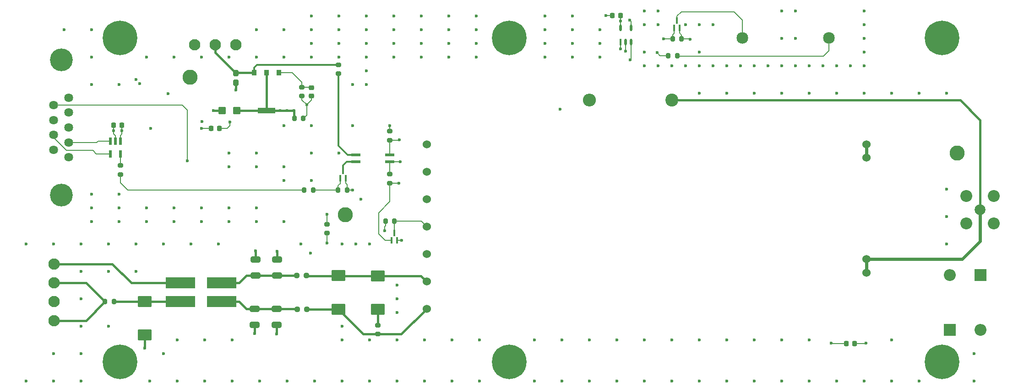
<source format=gbr>
%TF.GenerationSoftware,KiCad,Pcbnew,8.0.6*%
%TF.CreationDate,2024-12-30T11:40:09-05:00*%
%TF.ProjectId,SiPM_HV_Board,5369504d-5f48-4565-9f42-6f6172642e6b,rev?*%
%TF.SameCoordinates,Original*%
%TF.FileFunction,Copper,L1,Top*%
%TF.FilePolarity,Positive*%
%FSLAX46Y46*%
G04 Gerber Fmt 4.6, Leading zero omitted, Abs format (unit mm)*
G04 Created by KiCad (PCBNEW 8.0.6) date 2024-12-30 11:40:09*
%MOMM*%
%LPD*%
G01*
G04 APERTURE LIST*
G04 Aperture macros list*
%AMRoundRect*
0 Rectangle with rounded corners*
0 $1 Rounding radius*
0 $2 $3 $4 $5 $6 $7 $8 $9 X,Y pos of 4 corners*
0 Add a 4 corners polygon primitive as box body*
4,1,4,$2,$3,$4,$5,$6,$7,$8,$9,$2,$3,0*
0 Add four circle primitives for the rounded corners*
1,1,$1+$1,$2,$3*
1,1,$1+$1,$4,$5*
1,1,$1+$1,$6,$7*
1,1,$1+$1,$8,$9*
0 Add four rect primitives between the rounded corners*
20,1,$1+$1,$2,$3,$4,$5,0*
20,1,$1+$1,$4,$5,$6,$7,0*
20,1,$1+$1,$6,$7,$8,$9,0*
20,1,$1+$1,$8,$9,$2,$3,0*%
G04 Aperture macros list end*
%TA.AperFunction,ComponentPad*%
%ADD10C,2.006600*%
%TD*%
%TA.AperFunction,ComponentPad*%
%ADD11C,2.209800*%
%TD*%
%TA.AperFunction,SMDPad,CuDef*%
%ADD12RoundRect,0.200000X0.200000X0.275000X-0.200000X0.275000X-0.200000X-0.275000X0.200000X-0.275000X0*%
%TD*%
%TA.AperFunction,ComponentPad*%
%ADD13C,6.400000*%
%TD*%
%TA.AperFunction,SMDPad,CuDef*%
%ADD14RoundRect,0.225000X0.225000X0.250000X-0.225000X0.250000X-0.225000X-0.250000X0.225000X-0.250000X0*%
%TD*%
%TA.AperFunction,SMDPad,CuDef*%
%ADD15RoundRect,0.225000X-0.225000X-0.250000X0.225000X-0.250000X0.225000X0.250000X-0.225000X0.250000X0*%
%TD*%
%TA.AperFunction,SMDPad,CuDef*%
%ADD16RoundRect,0.200000X-0.275000X0.200000X-0.275000X-0.200000X0.275000X-0.200000X0.275000X0.200000X0*%
%TD*%
%TA.AperFunction,SMDPad,CuDef*%
%ADD17RoundRect,0.200000X-0.200000X-0.275000X0.200000X-0.275000X0.200000X0.275000X-0.200000X0.275000X0*%
%TD*%
%TA.AperFunction,SMDPad,CuDef*%
%ADD18RoundRect,0.250000X-1.025000X0.787500X-1.025000X-0.787500X1.025000X-0.787500X1.025000X0.787500X0*%
%TD*%
%TA.AperFunction,ComponentPad*%
%ADD19R,2.200000X2.200000*%
%TD*%
%TA.AperFunction,ComponentPad*%
%ADD20O,2.200000X2.200000*%
%TD*%
%TA.AperFunction,SMDPad,CuDef*%
%ADD21RoundRect,0.200000X0.275000X-0.200000X0.275000X0.200000X-0.275000X0.200000X-0.275000X-0.200000X0*%
%TD*%
%TA.AperFunction,ComponentPad*%
%ADD22C,2.800000*%
%TD*%
%TA.AperFunction,SMDPad,CuDef*%
%ADD23RoundRect,0.250000X-0.650000X0.325000X-0.650000X-0.325000X0.650000X-0.325000X0.650000X0.325000X0*%
%TD*%
%TA.AperFunction,SMDPad,CuDef*%
%ADD24RoundRect,0.250000X-0.275000X0.312500X-0.275000X-0.312500X0.275000X-0.312500X0.275000X0.312500X0*%
%TD*%
%TA.AperFunction,SMDPad,CuDef*%
%ADD25R,0.889000X1.016000*%
%TD*%
%TA.AperFunction,SMDPad,CuDef*%
%ADD26R,3.200000X1.000000*%
%TD*%
%TA.AperFunction,ComponentPad*%
%ADD27C,2.159000*%
%TD*%
%TA.AperFunction,ComponentPad*%
%ADD28C,1.524000*%
%TD*%
%TA.AperFunction,SMDPad,CuDef*%
%ADD29RoundRect,0.250000X0.450000X0.425000X-0.450000X0.425000X-0.450000X-0.425000X0.450000X-0.425000X0*%
%TD*%
%TA.AperFunction,SMDPad,CuDef*%
%ADD30RoundRect,0.020000X2.680000X-0.980000X2.680000X0.980000X-2.680000X0.980000X-2.680000X-0.980000X0*%
%TD*%
%TA.AperFunction,SMDPad,CuDef*%
%ADD31R,5.400000X2.000000*%
%TD*%
%TA.AperFunction,ComponentPad*%
%ADD32C,2.100000*%
%TD*%
%TA.AperFunction,SMDPad,CuDef*%
%ADD33R,0.350800X1.161200*%
%TD*%
%TA.AperFunction,SMDPad,CuDef*%
%ADD34RoundRect,0.250000X0.650000X-0.325000X0.650000X0.325000X-0.650000X0.325000X-0.650000X-0.325000X0*%
%TD*%
%TA.AperFunction,SMDPad,CuDef*%
%ADD35RoundRect,0.237500X-0.250000X-0.237500X0.250000X-0.237500X0.250000X0.237500X-0.250000X0.237500X0*%
%TD*%
%TA.AperFunction,ComponentPad*%
%ADD36C,1.635000*%
%TD*%
%TA.AperFunction,ComponentPad*%
%ADD37C,4.216000*%
%TD*%
%TA.AperFunction,SMDPad,CuDef*%
%ADD38R,0.457200X1.219200*%
%TD*%
%TA.AperFunction,SMDPad,CuDef*%
%ADD39O,0.457200X1.219200*%
%TD*%
%TA.AperFunction,ComponentPad*%
%ADD40C,2.400000*%
%TD*%
%TA.AperFunction,ComponentPad*%
%ADD41O,2.400000X2.400000*%
%TD*%
%TA.AperFunction,SMDPad,CuDef*%
%ADD42RoundRect,0.225000X-0.250000X0.225000X-0.250000X-0.225000X0.250000X-0.225000X0.250000X0.225000X0*%
%TD*%
%TA.AperFunction,SMDPad,CuDef*%
%ADD43R,1.651000X0.558800*%
%TD*%
%TA.AperFunction,SMDPad,CuDef*%
%ADD44R,0.558800X1.473200*%
%TD*%
%TA.AperFunction,ViaPad*%
%ADD45C,0.600000*%
%TD*%
%TA.AperFunction,Conductor*%
%ADD46C,0.200000*%
%TD*%
%TA.AperFunction,Conductor*%
%ADD47C,0.400000*%
%TD*%
%TA.AperFunction,Conductor*%
%ADD48C,0.600000*%
%TD*%
%TA.AperFunction,Conductor*%
%ADD49C,0.300000*%
%TD*%
G04 APERTURE END LIST*
D10*
%TO.P,P_Out1,1,SIGNAL*%
%TO.N,/SiPM_HV_Block/SiPM_HV_OUT*%
X235363000Y-99430000D03*
D11*
%TO.P,P_Out1,2,GND*%
%TO.N,/SiPM_HV_Block/SiPM_HV_RTN*%
X237903000Y-96890000D03*
%TO.P,P_Out1,3,GND*%
X232823000Y-96890000D03*
%TO.P,P_Out1,4,GND*%
X232823000Y-101970000D03*
%TO.P,P_Out1,5,GND*%
X237903000Y-101970000D03*
%TD*%
D12*
%TO.P,R25,1*%
%TO.N,Net-(P1-Pad1)*%
X179355000Y-70860000D03*
%TO.P,R25,2*%
%TO.N,/SEC_PWR_TELEM*%
X177705000Y-70860000D03*
%TD*%
D13*
%TO.P,H4,1,1*%
%TO.N,CHASSIS*%
X228320000Y-127580000D03*
%TD*%
D14*
%TO.P,C10,1*%
%TO.N,/SiPM_HV_Block/SiPM_HV_RTN*%
X212135000Y-124195000D03*
%TO.P,C10,2*%
%TO.N,CHASSIS*%
X210585000Y-124195000D03*
%TD*%
D15*
%TO.P,C11,1*%
%TO.N,/V3p3*%
X93166100Y-84370000D03*
%TO.P,C11,2*%
%TO.N,/SEC_PWR_TELEM_RTN*%
X94716100Y-84370000D03*
%TD*%
D16*
%TO.P,R6,1*%
%TO.N,Net-(C3-Pad2)*%
X123990000Y-120845000D03*
%TO.P,R6,2*%
%TO.N,/SiPM_HV_Block/V_RTN*%
X123990000Y-122495000D03*
%TD*%
D17*
%TO.P,R1,1*%
%TO.N,/HV_Enable*%
X110408200Y-95823200D03*
%TO.P,R1,2*%
%TO.N,Net-(M1-Pad1)*%
X112058200Y-95823200D03*
%TD*%
D18*
%TO.P,C1,1*%
%TO.N,Net-(C1-Pad1)*%
X80940000Y-116437500D03*
%TO.P,C1,2*%
%TO.N,/SEC_PWR_RTN*%
X80940000Y-122662500D03*
%TD*%
D19*
%TO.P,D1,1,K*%
%TO.N,/SEC_PWR_RTN*%
X229775000Y-121655000D03*
D20*
%TO.P,D1,2,A*%
%TO.N,/SiPM_HV_Block/SiPM_HV_RTN*%
X229775000Y-111495000D03*
%TD*%
D21*
%TO.P,R7,1*%
%TO.N,Net-(M2-Pad1)*%
X126230000Y-94485000D03*
%TO.P,R7,2*%
%TO.N,/SiPM_HV_Block/V_RTN*%
X126230000Y-92835000D03*
%TD*%
D14*
%TO.P,C16,1*%
%TO.N,/SEC_PWR_TELEM*%
X168900000Y-63420000D03*
%TO.P,C16,2*%
%TO.N,/SEC_PWR_TELEM_RTN*%
X167350000Y-63420000D03*
%TD*%
D22*
%TO.P,V_{SET}1,1,1*%
%TO.N,/SiPM_HV_Block/REM_ADJ*%
X89250000Y-74900000D03*
%TD*%
D18*
%TO.P,C3,1*%
%TO.N,/SiPM_HV_Block/V_POS*%
X123980000Y-111675000D03*
%TO.P,C3,2*%
%TO.N,Net-(C3-Pad2)*%
X123980000Y-117900000D03*
%TD*%
D13*
%TO.P,H3,1,1*%
%TO.N,CHASSIS*%
X148320000Y-127580000D03*
%TD*%
D16*
%TO.P,R3,1*%
%TO.N,/SEC_PWR_TELEM*%
X116745000Y-72570000D03*
%TO.P,R3,2*%
%TO.N,Net-(Q1-Pad1)*%
X116745000Y-74220000D03*
%TD*%
D23*
%TO.P,CY2,1*%
%TO.N,Net-(CY2-Pad1)*%
X105270000Y-117775000D03*
%TO.P,CY2,2*%
%TO.N,CHASSIS*%
X105270000Y-120725000D03*
%TD*%
D13*
%TO.P,H2,1,1*%
%TO.N,CHASSIS*%
X76320000Y-127580000D03*
%TD*%
D22*
%TO.P,V_{OUT_RTN}1,1,1*%
%TO.N,/SiPM_HV_Block/SiPM_HV_RTN*%
X231140000Y-88900000D03*
%TD*%
D24*
%TO.P,C14,1*%
%TO.N,/SEC_PWR_TELEM*%
X97720400Y-74129350D03*
%TO.P,C14,2*%
%TO.N,/SEC_PWR_TELEM_RTN*%
X97720400Y-75904350D03*
%TD*%
D17*
%TO.P,R5,1*%
%TO.N,/SiPM_HV_Block/V_POS*%
X125435000Y-101570000D03*
%TO.P,R5,2*%
%TO.N,/SiPM_HV_Block/Enable*%
X127085000Y-101570000D03*
%TD*%
D25*
%TO.P,U4,1,SET*%
%TO.N,Net-(U4-SET)*%
X105746800Y-74064350D03*
%TO.P,U4,2,OUT*%
%TO.N,/V3p3*%
X103435400Y-74064350D03*
%TO.P,U4,3,IN*%
%TO.N,/SEC_PWR_TELEM*%
X101124000Y-74064350D03*
D26*
%TO.P,U4,4,TAB*%
%TO.N,/V3p3*%
X103435400Y-81056850D03*
%TD*%
D27*
%TO.P,P2,1,1*%
%TO.N,Net-(M3-Pad3)*%
X191410000Y-67580000D03*
%TD*%
D28*
%TO.P,U1,1,PWR_IN_RTN*%
%TO.N,/SiPM_HV_Block/V_RTN*%
X133020000Y-117780000D03*
%TO.P,U1,2,PWR_IN*%
%TO.N,/SiPM_HV_Block/V_POS*%
X133020000Y-112700000D03*
%TO.P,U1,3,I_OUT_MON*%
%TO.N,/SiPM_HV_Block/Curr_Mon*%
X133020000Y-107620000D03*
%TO.P,U1,4,ENABLE*%
%TO.N,/SiPM_HV_Block/Enable*%
X133020000Y-102540000D03*
%TO.P,U1,5,SIG_GND*%
%TO.N,/SEC_PWR_TELEM_RTN*%
X133020000Y-97460000D03*
%TO.P,U1,6,REM_ADJ*%
%TO.N,/SiPM_HV_Block/REM_ADJ*%
X133020000Y-92380000D03*
%TO.P,U1,7,5V_REF*%
%TO.N,unconnected-(U1-5V_REF-Pad7)*%
X133020000Y-87300000D03*
%TO.P,U1,8,HV_RTN*%
%TO.N,/SiPM_HV_Block/SiPM_HV_RTN*%
X214320000Y-87300000D03*
%TO.P,U1,9,HV_RTN*%
X214320000Y-89800000D03*
%TO.P,U1,10,HV_OUT*%
%TO.N,/SiPM_HV_Block/SiPM_HV_OUT*%
X214320000Y-108600000D03*
%TO.P,U1,11,HV_OUT*%
X214320000Y-111100000D03*
%TD*%
D29*
%TO.P,C12,1*%
%TO.N,/V3p3*%
X97890000Y-81060000D03*
%TO.P,C12,2*%
%TO.N,/SEC_PWR_TELEM_RTN*%
X95190000Y-81060000D03*
%TD*%
D30*
%TO.P,L1,1*%
%TO.N,/SEC_PWR_RTN*%
X87540000Y-112940000D03*
%TO.P,L1,2*%
%TO.N,Net-(C1-Pad1)*%
X87540000Y-116440000D03*
%TO.P,L1,3*%
%TO.N,Net-(CY2-Pad1)*%
X95160000Y-116440000D03*
D31*
%TO.P,L1,4*%
%TO.N,Net-(CY1-Pad1)*%
X95160000Y-112940000D03*
%TD*%
D32*
%TO.P,J2,1*%
%TO.N,/SEC_PWR_RTN*%
X64110000Y-109480000D03*
%TO.P,J2,2*%
%TO.N,/SEC_PWR_IN*%
X64110000Y-112980000D03*
%TO.P,J2,3*%
%TO.N,/SEC_PWR_RTN*%
X64110000Y-116480000D03*
%TO.P,J2,4*%
%TO.N,/SEC_PWR_IN*%
X64110000Y-119980000D03*
%TD*%
D21*
%TO.P,R11,1*%
%TO.N,/SEC_PWR_RTN*%
X114610000Y-103750000D03*
%TO.P,R11,2*%
%TO.N,/SEC_PWR_TELEM_RTN*%
X114610000Y-102100000D03*
%TD*%
D22*
%TO.P,V_{EN}1,1,1*%
%TO.N,/SiPM_HV_Block/Enable*%
X117980000Y-100350000D03*
%TD*%
D13*
%TO.P,H6,1,1*%
%TO.N,CHASSIS*%
X228320000Y-67580000D03*
%TD*%
D17*
%TO.P,R2,1*%
%TO.N,Net-(M1-Pad1)*%
X116656600Y-95823200D03*
%TO.P,R2,2*%
%TO.N,/SEC_PWR_TELEM_RTN*%
X118306600Y-95823200D03*
%TD*%
D33*
%TO.P,M2,1,1*%
%TO.N,Net-(M2-Pad1)*%
X126580000Y-105110000D03*
%TO.P,M2,2,2*%
%TO.N,/SiPM_HV_Block/V_RTN*%
X127579998Y-105110000D03*
%TO.P,M2,3,3*%
%TO.N,/SiPM_HV_Block/Enable*%
X127079999Y-103760000D03*
%TD*%
%TO.P,M3,1,1*%
%TO.N,Net-(M3-Pad1)*%
X178815001Y-65750000D03*
%TO.P,M3,2,2*%
%TO.N,/SEC_PWR_TELEM_RTN*%
X179814999Y-65750000D03*
%TO.P,M3,3,3*%
%TO.N,Net-(M3-Pad3)*%
X179315000Y-64400000D03*
%TD*%
D34*
%TO.P,CY3,1*%
%TO.N,Net-(CY1-Pad1)*%
X101370000Y-111590000D03*
%TO.P,CY3,2*%
%TO.N,/SEC_PWR_RTN*%
X101370000Y-108640000D03*
%TD*%
D16*
%TO.P,R16,1*%
%TO.N,Net-(U4-SET)*%
X109975400Y-76731850D03*
%TO.P,R16,2*%
%TO.N,/SEC_PWR_TELEM_RTN*%
X109975400Y-78381850D03*
%TD*%
D13*
%TO.P,H1,1,1*%
%TO.N,CHASSIS*%
X76320000Y-67580000D03*
%TD*%
D34*
%TO.P,CY1,1*%
%TO.N,Net-(CY1-Pad1)*%
X105350000Y-111585000D03*
%TO.P,CY1,2*%
%TO.N,CHASSIS*%
X105350000Y-108635000D03*
%TD*%
D18*
%TO.P,C2,1*%
%TO.N,/SiPM_HV_Block/V_POS*%
X116700000Y-111637500D03*
%TO.P,C2,2*%
%TO.N,/SiPM_HV_Block/V_RTN*%
X116700000Y-117862500D03*
%TD*%
D35*
%TO.P,L2,1,1*%
%TO.N,Net-(CY1-Pad1)*%
X108995000Y-111590000D03*
%TO.P,L2,2,2*%
%TO.N,/SiPM_HV_Block/V_POS*%
X110820000Y-111590000D03*
%TD*%
D36*
%TO.P,J3,1*%
%TO.N,/HV_CURR_MON*%
X66880000Y-89730000D03*
%TO.P,J3,2*%
%TO.N,/HV_Enable+*%
X66880000Y-86960000D03*
%TO.P,J3,3*%
%TO.N,unconnected-(J3-Pad3)*%
X66880000Y-84190000D03*
%TO.P,J3,4*%
%TO.N,/SEC_PWR_TELEM_RTN*%
X66880000Y-81420000D03*
%TO.P,J3,5*%
X66880000Y-78650000D03*
%TO.P,J3,6*%
X64040000Y-88345000D03*
%TO.P,J3,7*%
%TO.N,/HV_Enable-*%
X64040000Y-85575000D03*
%TO.P,J3,8*%
%TO.N,/SET_HV*%
X64040000Y-82805000D03*
%TO.P,J3,9*%
%TO.N,/HV_VOLT_MON*%
X64040000Y-80035000D03*
D37*
%TO.P,J3,S1*%
%TO.N,CHASSIS*%
X65460000Y-71690000D03*
%TO.P,J3,S2*%
X65460000Y-96690000D03*
%TD*%
D38*
%TO.P,U5,1,OUT*%
%TO.N,Net-(U5-OUT)*%
X168894999Y-68340000D03*
D39*
%TO.P,U5,2,V-*%
%TO.N,/SEC_PWR_TELEM_RTN*%
X169845000Y-68340000D03*
%TO.P,U5,3,+IN*%
%TO.N,Net-(U2B-+INB)*%
X170795001Y-68340000D03*
%TO.P,U5,4,-IN*%
%TO.N,Net-(U5--IN)*%
X170795001Y-65720000D03*
%TO.P,U5,5,V+*%
%TO.N,/SEC_PWR_TELEM*%
X168894999Y-65720000D03*
%TD*%
D33*
%TO.P,M1,1,1*%
%TO.N,Net-(M1-Pad1)*%
X117032401Y-93617200D03*
%TO.P,M1,2,2*%
%TO.N,/SEC_PWR_TELEM_RTN*%
X118032399Y-93617200D03*
%TO.P,M1,3,3*%
%TO.N,Net-(M1-Pad3)*%
X117532400Y-92267200D03*
%TD*%
D12*
%TO.P,R26,1*%
%TO.N,/SEC_PWR_TELEM_RTN*%
X110235000Y-82490000D03*
%TO.P,R26,2*%
%TO.N,/V3p3*%
X108585000Y-82490000D03*
%TD*%
D27*
%TO.P,P1,1,1*%
%TO.N,Net-(P1-Pad1)*%
X207410000Y-67580000D03*
%TD*%
D14*
%TO.P,C15,1*%
%TO.N,/V3p3*%
X76702200Y-83732800D03*
%TO.P,C15,2*%
%TO.N,/SEC_PWR_TELEM_RTN*%
X75152200Y-83732800D03*
%TD*%
D16*
%TO.P,R17,1*%
%TO.N,Net-(U3-R)*%
X76435200Y-91235000D03*
%TO.P,R17,2*%
%TO.N,/HV_Enable*%
X76435200Y-92885000D03*
%TD*%
D13*
%TO.P,H5,1,1*%
%TO.N,CHASSIS*%
X148320000Y-67580000D03*
%TD*%
D23*
%TO.P,CY4,1*%
%TO.N,Net-(CY2-Pad1)*%
X101210000Y-117805000D03*
%TO.P,CY4,2*%
%TO.N,/SEC_PWR_RTN*%
X101210000Y-120755000D03*
%TD*%
D12*
%TO.P,R24,1*%
%TO.N,/SEC_PWR_TELEM_RTN*%
X180170000Y-67740000D03*
%TO.P,R24,2*%
%TO.N,Net-(M3-Pad1)*%
X178520000Y-67740000D03*
%TD*%
D40*
%TO.P,R20,1*%
%TO.N,/SiPM_HV_Block/SiPM_HV_OUT*%
X178340000Y-79110000D03*
D41*
%TO.P,R20,2*%
%TO.N,Net-(U2B-+INB)*%
X163100000Y-79110000D03*
%TD*%
D35*
%TO.P,L3,1,1*%
%TO.N,Net-(CY2-Pad1)*%
X109075000Y-117850000D03*
%TO.P,L3,2,2*%
%TO.N,/SiPM_HV_Block/V_RTN*%
X110900000Y-117850000D03*
%TD*%
D32*
%TO.P,J1,1*%
%TO.N,/SEC_PWR_TELEM_RTN*%
X97720400Y-68895600D03*
%TO.P,J1,2*%
%TO.N,/SEC_PWR_TELEM*%
X93910400Y-68895600D03*
%TO.P,J1,3*%
%TO.N,/SEC_PWR_TELEM_RTN*%
X90100400Y-68895600D03*
%TD*%
D42*
%TO.P,C13,1*%
%TO.N,Net-(U4-SET)*%
X111690400Y-76781850D03*
%TO.P,C13,2*%
%TO.N,/SEC_PWR_TELEM_RTN*%
X111690400Y-78331850D03*
%TD*%
D43*
%TO.P,Q1,1,1*%
%TO.N,Net-(Q1-Pad1)*%
X119970800Y-89270000D03*
%TO.P,Q1,2,2*%
%TO.N,Net-(M1-Pad3)*%
X119970800Y-90540000D03*
%TO.P,Q1,3,3*%
%TO.N,/SiPM_HV_Block/V_RTN*%
X126219200Y-90540000D03*
%TO.P,Q1,4,4*%
%TO.N,Net-(M2-Pad1)*%
X126219200Y-89270000D03*
%TD*%
D44*
%TO.P,U3,1,VCC*%
%TO.N,/V3p3*%
X76420001Y-86704600D03*
%TO.P,U3,2,GND*%
%TO.N,/SEC_PWR_TELEM_RTN*%
X75470000Y-86704600D03*
%TO.P,U3,3,A*%
%TO.N,/HV_Enable+*%
X74519999Y-86704600D03*
%TO.P,U3,4,B*%
%TO.N,/HV_Enable-*%
X74519999Y-89092200D03*
%TO.P,U3,5,R*%
%TO.N,Net-(U3-R)*%
X76420001Y-89092200D03*
%TD*%
D17*
%TO.P,F1,1*%
%TO.N,/SEC_PWR_IN*%
X73575000Y-116470000D03*
%TO.P,F1,2*%
%TO.N,Net-(C1-Pad1)*%
X75225000Y-116470000D03*
%TD*%
D16*
%TO.P,R4,1*%
%TO.N,/SiPM_HV_Block/V_POS*%
X126238000Y-84874600D03*
%TO.P,R4,2*%
%TO.N,Net-(M2-Pad1)*%
X126238000Y-86524600D03*
%TD*%
D19*
%TO.P,D2,1,K*%
%TO.N,/SiPM_HV_Block/SiPM_HV_RTN*%
X235430000Y-111570000D03*
D20*
%TO.P,D2,2,A*%
%TO.N,/SEC_PWR_RTN*%
X235430000Y-121730000D03*
%TD*%
D45*
%TO.N,/SEC_PWR_RTN*%
X229140000Y-105780000D03*
X234220000Y-131180000D03*
X69120000Y-126100000D03*
X97060000Y-123560000D03*
X79280000Y-105780000D03*
X224060000Y-77840000D03*
X183420000Y-123560000D03*
X213900000Y-77840000D03*
X203740000Y-131180000D03*
X64040000Y-131180000D03*
X58960000Y-105780000D03*
X69120000Y-110860000D03*
X188500000Y-131180000D03*
X91980000Y-131180000D03*
X127540000Y-115940000D03*
X112300000Y-131180000D03*
X86900000Y-123560000D03*
X127540000Y-118480000D03*
X213900000Y-131180000D03*
X168180000Y-131180000D03*
X229140000Y-100700000D03*
X203740000Y-123560000D03*
X127540000Y-113400000D03*
X97060000Y-131180000D03*
X152940000Y-123560000D03*
X117380000Y-121020000D03*
X64040000Y-105780000D03*
X193580000Y-123560000D03*
X193580000Y-77840000D03*
X64040000Y-126100000D03*
X208820000Y-131180000D03*
X158020000Y-131180000D03*
X89440000Y-105780000D03*
X229140000Y-77840000D03*
X163100000Y-131180000D03*
X69120000Y-131180000D03*
X218980000Y-77840000D03*
X158020000Y-123560000D03*
X198660000Y-77840000D03*
X109760000Y-105780000D03*
X81820000Y-131180000D03*
X86900000Y-131180000D03*
X132620000Y-131180000D03*
X208820000Y-77840000D03*
X218980000Y-123560000D03*
X74200000Y-105780000D03*
X142780000Y-131180000D03*
X84360000Y-105780000D03*
X224060000Y-131180000D03*
X188500000Y-123560000D03*
X80930000Y-125110000D03*
X157690000Y-80770000D03*
X173260000Y-123560000D03*
X142780000Y-123560000D03*
X122460000Y-105780000D03*
X69120000Y-105780000D03*
X79280000Y-110860000D03*
X69120000Y-121020000D03*
X229140000Y-95620000D03*
X203740000Y-77840000D03*
X183420000Y-131180000D03*
X178340000Y-131180000D03*
X234220000Y-126100000D03*
X58960000Y-131180000D03*
X198660000Y-131180000D03*
X127540000Y-123560000D03*
X132620000Y-123560000D03*
X193580000Y-131180000D03*
X84360000Y-126100000D03*
X122460000Y-131180000D03*
X111520000Y-107480000D03*
X137700000Y-123560000D03*
X94520000Y-105780000D03*
X168180000Y-123560000D03*
X188500000Y-77840000D03*
X163100000Y-123560000D03*
X107220000Y-131180000D03*
X102140000Y-131180000D03*
X114610000Y-105600000D03*
X152940000Y-131180000D03*
X101400000Y-107080000D03*
X178340000Y-123560000D03*
X117380000Y-123560000D03*
X91980000Y-123560000D03*
X74200000Y-121020000D03*
X69120000Y-115940000D03*
X183420000Y-77840000D03*
X101220000Y-122410000D03*
X198660000Y-123560000D03*
X74200000Y-110860000D03*
X127540000Y-131180000D03*
X122460000Y-123560000D03*
X173260000Y-131180000D03*
X117380000Y-131180000D03*
X137700000Y-131180000D03*
X218980000Y-131180000D03*
%TO.N,/SiPM_HV_Block/V_POS*%
X126238000Y-83820000D03*
X125300000Y-103290000D03*
%TO.N,/SiPM_HV_Block/V_RTN*%
X128430000Y-105110000D03*
X128160000Y-90550000D03*
%TO.N,/SiPM_HV_Block/SiPM_HV_RTN*%
X214230000Y-124190000D03*
%TO.N,CHASSIS*%
X207853278Y-124184243D03*
X105370000Y-107100000D03*
X105270000Y-122420000D03*
%TO.N,/SEC_PWR_TELEM*%
X175625000Y-70340000D03*
X168885000Y-64500000D03*
%TO.N,/SEC_PWR_TELEM_RTN*%
X132080000Y-68580000D03*
X121920000Y-71120000D03*
X101600000Y-99060000D03*
X154940000Y-66040000D03*
X201200000Y-72760000D03*
X191040000Y-72760000D03*
X201200000Y-67680000D03*
X114610000Y-100240000D03*
X127000000Y-71120000D03*
X208820000Y-72760000D03*
X142240000Y-66040000D03*
X213900000Y-65140000D03*
X101600000Y-101600000D03*
X91440000Y-101600000D03*
X119380000Y-76200000D03*
X79970000Y-76100000D03*
X110835400Y-79935600D03*
X160020000Y-71120000D03*
X175800000Y-62600000D03*
X76200000Y-101600000D03*
X86360000Y-101600000D03*
X81280000Y-99060000D03*
X193580000Y-72760000D03*
X91500000Y-83100000D03*
X71120000Y-96520000D03*
X127000000Y-63500000D03*
X111760000Y-83820000D03*
X160020000Y-66040000D03*
X76200000Y-76200000D03*
X154940000Y-71120000D03*
X106680000Y-71120000D03*
X137160000Y-63500000D03*
X116840000Y-68580000D03*
X71120000Y-99060000D03*
X211360000Y-72760000D03*
X127000000Y-66040000D03*
X120840000Y-97500000D03*
X121920000Y-63500000D03*
X154940000Y-63500000D03*
X106680000Y-91440000D03*
X201200000Y-62600000D03*
X116840000Y-66040000D03*
X71120000Y-76200000D03*
X101600000Y-88900000D03*
X86360000Y-99060000D03*
X137160000Y-66040000D03*
X96520000Y-71120000D03*
X137160000Y-71120000D03*
X198660000Y-72760000D03*
X91440000Y-99060000D03*
X154940000Y-68580000D03*
X116840000Y-88900000D03*
X93620000Y-81060000D03*
X119380000Y-83820000D03*
X173260000Y-70220000D03*
X116840000Y-71120000D03*
X165100000Y-68580000D03*
X97720000Y-77260000D03*
X111760000Y-88900000D03*
X166205000Y-63420000D03*
X116840000Y-63500000D03*
X173260000Y-72760000D03*
X183420000Y-72760000D03*
X111760000Y-63500000D03*
X66040000Y-66040000D03*
X111760000Y-71120000D03*
X75165200Y-84799600D03*
X198660000Y-67680000D03*
X96520000Y-99060000D03*
X111760000Y-68580000D03*
X71120000Y-101600000D03*
X213900000Y-62600000D03*
X111760000Y-93980000D03*
X188500000Y-72760000D03*
X101600000Y-66040000D03*
X71120000Y-71120000D03*
X81280000Y-101600000D03*
X119361200Y-95823200D03*
X137160000Y-68580000D03*
X142240000Y-68580000D03*
X82000000Y-84370000D03*
X86360000Y-71120000D03*
X142240000Y-71120000D03*
X76200000Y-96520000D03*
X165100000Y-66040000D03*
X76200000Y-99060000D03*
X79280000Y-75300000D03*
X121920000Y-66040000D03*
X101600000Y-91440000D03*
X180880000Y-72760000D03*
X213900000Y-70220000D03*
X96520000Y-91440000D03*
X132080000Y-71120000D03*
X169845000Y-70040000D03*
X132080000Y-63500000D03*
X106680000Y-93980000D03*
X213900000Y-72760000D03*
X142240000Y-63500000D03*
X206280000Y-72760000D03*
X196120000Y-72760000D03*
X165100000Y-71120000D03*
X127000000Y-68580000D03*
X173260000Y-62600000D03*
X203740000Y-72760000D03*
X181750000Y-67807000D03*
X96520000Y-101600000D03*
X106680000Y-66040000D03*
X96670000Y-83160000D03*
X132080000Y-66040000D03*
X198660000Y-62600000D03*
X180880000Y-65140000D03*
X160020000Y-68580000D03*
X213900000Y-67680000D03*
X160020000Y-63500000D03*
X175800000Y-72760000D03*
X91440000Y-71120000D03*
X106680000Y-83820000D03*
X121920000Y-73660000D03*
X183420000Y-70220000D03*
X121920000Y-68580000D03*
X71120000Y-66040000D03*
X173260000Y-65140000D03*
X175800000Y-65140000D03*
X106680000Y-101600000D03*
X111760000Y-66040000D03*
X183420000Y-65140000D03*
X121920000Y-76200000D03*
X178340000Y-72760000D03*
X96520000Y-88900000D03*
X185960000Y-65140000D03*
X81280000Y-71120000D03*
X185960000Y-72760000D03*
X101600000Y-71120000D03*
%TO.N,/HV_VOLT_MON*%
X88790000Y-90350000D03*
%TO.N,Net-(M2-Pad1)*%
X127965200Y-86512400D03*
X127914400Y-94488000D03*
%TO.N,Net-(M3-Pad1)*%
X176875000Y-67760000D03*
%TO.N,/SiPM_HV_Block/REM_ADJ*%
X85243644Y-77896215D03*
%TO.N,Net-(U2B-+INB)*%
X170635000Y-71670000D03*
%TO.N,/V3p3*%
X108490000Y-81015000D03*
X91431100Y-84390000D03*
X105950000Y-81015000D03*
X76689200Y-84799600D03*
X107220000Y-81015000D03*
%TO.N,Net-(U5-OUT)*%
X168905000Y-69650000D03*
%TO.N,Net-(U5--IN)*%
X170535000Y-64290000D03*
%TO.N,/SEC_PWR_RTN*%
X119920000Y-105780000D03*
X117380000Y-105780000D03*
%TD*%
D46*
%TO.N,/SEC_PWR_RTN*%
X80930000Y-122672500D02*
X80940000Y-122662500D01*
D47*
X78430000Y-113000000D02*
X74910000Y-109480000D01*
D46*
X114610000Y-103750000D02*
X114610000Y-105600000D01*
D47*
X101210000Y-120755000D02*
X101210000Y-122400000D01*
X80930000Y-125110000D02*
X80930000Y-122672500D01*
X74910000Y-109480000D02*
X64110000Y-109480000D01*
X87480000Y-113000000D02*
X87540000Y-112940000D01*
X78430000Y-113000000D02*
X87480000Y-113000000D01*
X101370000Y-108640000D02*
X101370000Y-107110000D01*
D46*
X101370000Y-107110000D02*
X101400000Y-107080000D01*
X101210000Y-122400000D02*
X101220000Y-122410000D01*
D47*
%TO.N,Net-(C1-Pad1)*%
X75225000Y-116470000D02*
X87510000Y-116470000D01*
D46*
X87510000Y-116470000D02*
X87540000Y-116440000D01*
D47*
%TO.N,/SiPM_HV_Block/V_POS*%
X110905000Y-111675000D02*
X110820000Y-111590000D01*
D46*
X125300000Y-102560000D02*
X125300000Y-103290000D01*
X126238000Y-84874600D02*
X126238000Y-83820000D01*
D47*
X123980000Y-111675000D02*
X110905000Y-111675000D01*
D46*
X125435000Y-102425000D02*
X125300000Y-102560000D01*
D47*
X123980000Y-111675000D02*
X131995000Y-111675000D01*
X131995000Y-111675000D02*
X133020000Y-112700000D01*
D46*
X125435000Y-101570000D02*
X125435000Y-102425000D01*
D47*
%TO.N,/SiPM_HV_Block/V_RTN*%
X116700000Y-117862500D02*
X110912500Y-117862500D01*
X121332500Y-122495000D02*
X116700000Y-117862500D01*
D46*
X126230000Y-92835000D02*
X126230000Y-91680000D01*
D47*
X110912500Y-117862500D02*
X110900000Y-117850000D01*
D46*
X126230000Y-90550800D02*
X126219200Y-90540000D01*
D47*
X123990000Y-122495000D02*
X121332500Y-122495000D01*
D46*
X128150000Y-90540000D02*
X128160000Y-90550000D01*
D47*
X123990000Y-122495000D02*
X128305000Y-122495000D01*
D46*
X126219200Y-90540000D02*
X128150000Y-90540000D01*
D47*
X128305000Y-122495000D02*
X133020000Y-117780000D01*
D46*
X126230000Y-91680000D02*
X126230000Y-90550800D01*
X128430000Y-105110000D02*
X127579998Y-105110000D01*
D47*
%TO.N,Net-(C3-Pad2)*%
X123980000Y-117900000D02*
X123980000Y-120835000D01*
D46*
X123980000Y-120835000D02*
X123990000Y-120845000D01*
D48*
%TO.N,/SiPM_HV_Block/SiPM_HV_OUT*%
X214320000Y-111100000D02*
X214320000Y-108600000D01*
X235363000Y-105272000D02*
X235363000Y-99430000D01*
D47*
X231680000Y-79110000D02*
X235363000Y-82793000D01*
D48*
X214320000Y-108600000D02*
X232035000Y-108600000D01*
D47*
X178340000Y-79110000D02*
X231680000Y-79110000D01*
X235363000Y-82793000D02*
X235363000Y-99430000D01*
D48*
X232035000Y-108600000D02*
X235363000Y-105272000D01*
D46*
%TO.N,/SiPM_HV_Block/SiPM_HV_RTN*%
X214225000Y-124195000D02*
X214230000Y-124190000D01*
D48*
X214320000Y-87300000D02*
X214320000Y-89800000D01*
D46*
X212135000Y-124195000D02*
X214225000Y-124195000D01*
%TO.N,CHASSIS*%
X210585000Y-124195000D02*
X207855000Y-124195000D01*
X105350000Y-107120000D02*
X105370000Y-107100000D01*
X207855000Y-124195000D02*
X207840000Y-124180000D01*
D47*
X105350000Y-108635000D02*
X105350000Y-107120000D01*
X105270000Y-122420000D02*
X105270000Y-120725000D01*
D49*
%TO.N,/SEC_PWR_TELEM*%
X116745000Y-72570000D02*
X101670000Y-72570000D01*
D47*
X93910400Y-68895600D02*
X93910400Y-70319350D01*
D46*
X97785400Y-74064350D02*
X97720400Y-74129350D01*
D49*
X101124000Y-73116000D02*
X101124000Y-74064350D01*
X101670000Y-72570000D02*
X101124000Y-73116000D01*
D46*
X177705000Y-70860000D02*
X176145000Y-70860000D01*
X176145000Y-70860000D02*
X175625000Y-70340000D01*
X168894999Y-65720000D02*
X168894999Y-63425001D01*
X168894999Y-63425001D02*
X168900000Y-63420000D01*
D47*
X93910400Y-70319350D02*
X97720400Y-74129350D01*
X101124000Y-74064350D02*
X97785400Y-74064350D01*
D46*
%TO.N,/SEC_PWR_TELEM_RTN*%
X180170000Y-67740000D02*
X181683000Y-67740000D01*
X110835400Y-81889600D02*
X110835400Y-79935600D01*
X167350000Y-63420000D02*
X166205000Y-63420000D01*
X109975400Y-78381850D02*
X109975400Y-79075600D01*
X179814999Y-65750000D02*
X179814999Y-66694999D01*
X118306600Y-95823200D02*
X119361200Y-95823200D01*
X118446800Y-95823200D02*
X118306600Y-95823200D01*
X111690400Y-79080600D02*
X110835400Y-79935600D01*
D47*
X97720400Y-75904350D02*
X97720400Y-77259600D01*
D46*
X180170000Y-67050000D02*
X180170000Y-67740000D01*
X75470000Y-86704600D02*
X75470000Y-85714000D01*
X118306600Y-94768600D02*
X118446800Y-95823200D01*
X97720400Y-77259600D02*
X97720000Y-77260000D01*
X111690400Y-78331850D02*
X111690400Y-79080600D01*
X181683000Y-67740000D02*
X181750000Y-67807000D01*
X169845000Y-70040000D02*
X169845000Y-68340000D01*
X180099000Y-67680000D02*
X180170000Y-67740000D01*
X118032399Y-93617200D02*
X118032399Y-94494399D01*
X114610000Y-102100000D02*
X114610000Y-100240000D01*
X75152200Y-85396200D02*
X75152200Y-83732800D01*
X179814999Y-66694999D02*
X180170000Y-67050000D01*
X110235000Y-82490000D02*
X110835400Y-81889600D01*
X94716100Y-84370000D02*
X96120000Y-84370000D01*
X75470000Y-85714000D02*
X75152200Y-85396200D01*
X96120000Y-84370000D02*
X96670000Y-83820000D01*
D47*
X95190000Y-81060000D02*
X93620000Y-81060000D01*
D46*
X118032399Y-94494399D02*
X118306600Y-94768600D01*
X96670000Y-83820000D02*
X96670000Y-83160000D01*
X109975400Y-79075600D02*
X110835400Y-79935600D01*
%TO.N,Net-(U4-SET)*%
X109975400Y-76731850D02*
X111640400Y-76731850D01*
X105746800Y-74064350D02*
X108197900Y-74064350D01*
X111640400Y-76731850D02*
X111690400Y-76781850D01*
X109975400Y-75841850D02*
X109975400Y-76731850D01*
X108197900Y-74064350D02*
X109975400Y-75841850D01*
D47*
%TO.N,/SEC_PWR_IN*%
X70065000Y-119980000D02*
X73575000Y-116470000D01*
X70085000Y-112980000D02*
X73575000Y-116470000D01*
X64110000Y-119980000D02*
X70065000Y-119980000D01*
X64110000Y-112980000D02*
X70085000Y-112980000D01*
D46*
%TO.N,/HV_Enable-*%
X71939400Y-89092200D02*
X74519999Y-89092200D01*
X64040000Y-86069600D02*
X66427600Y-88457200D01*
X64040000Y-85575000D02*
X64040000Y-86069600D01*
X71304400Y-88457200D02*
X71939400Y-89092200D01*
X66427600Y-88457200D02*
X71304400Y-88457200D01*
%TO.N,/HV_Enable+*%
X72244200Y-86704600D02*
X74519999Y-86704600D01*
X71988800Y-86960000D02*
X72244200Y-86704600D01*
X66880000Y-86960000D02*
X71988800Y-86960000D01*
%TO.N,/HV_VOLT_MON*%
X87835000Y-80035000D02*
X88790000Y-80990000D01*
X88790000Y-80990000D02*
X88790000Y-90350000D01*
X64040000Y-80035000D02*
X87835000Y-80035000D01*
%TO.N,Net-(M3-Pad3)*%
X191410000Y-64270000D02*
X191410000Y-67580000D01*
X180110000Y-62730000D02*
X189870000Y-62730000D01*
X179315000Y-64400000D02*
X179315000Y-63525000D01*
X179315000Y-63525000D02*
X180110000Y-62730000D01*
X189870000Y-62730000D02*
X191410000Y-64270000D01*
%TO.N,Net-(P1-Pad1)*%
X206410000Y-70940000D02*
X207410000Y-69940000D01*
X179355000Y-70860000D02*
X179435000Y-70940000D01*
X207410000Y-69940000D02*
X207410000Y-67580000D01*
X179435000Y-70940000D02*
X206410000Y-70940000D01*
%TO.N,Net-(M1-Pad1)*%
X117032401Y-94595999D02*
X116656600Y-94971800D01*
X116656600Y-94971800D02*
X116656600Y-95823200D01*
X117032401Y-93617200D02*
X117032401Y-94595999D01*
X112058200Y-95823200D02*
X116656600Y-95823200D01*
D49*
%TO.N,Net-(M1-Pad3)*%
X117532400Y-92267200D02*
X117532400Y-91251200D01*
X117532400Y-91251200D02*
X118243600Y-90540000D01*
X118243600Y-90540000D02*
X119970800Y-90540000D01*
D46*
%TO.N,Net-(M2-Pad1)*%
X126238000Y-86512400D02*
X126250200Y-86512400D01*
X126230000Y-94485000D02*
X127911400Y-94485000D01*
X126219200Y-86543400D02*
X126238000Y-86524600D01*
X124130000Y-100010000D02*
X126230000Y-97910000D01*
X125330000Y-105110000D02*
X126580000Y-105110000D01*
X127911400Y-94485000D02*
X127914400Y-94488000D01*
X126238000Y-94488000D02*
X126230000Y-94485000D01*
X124130000Y-103910000D02*
X125330000Y-105110000D01*
X124130000Y-103910000D02*
X124130000Y-100010000D01*
X126238000Y-86524600D02*
X126238000Y-86512400D01*
X126238000Y-86524600D02*
X127953000Y-86524600D01*
X126230000Y-97910000D02*
X126238000Y-94488000D01*
X126219200Y-89270000D02*
X126219200Y-86543400D01*
X126250200Y-86512400D02*
X126238000Y-86524600D01*
X127953000Y-86524600D02*
X127965200Y-86512400D01*
%TO.N,/SiPM_HV_Block/Enable*%
X127085000Y-101570000D02*
X132050000Y-101570000D01*
X127079999Y-101575001D02*
X127085000Y-101570000D01*
X127079999Y-103760000D02*
X127079999Y-101575001D01*
X132050000Y-101570000D02*
X133020000Y-102540000D01*
%TO.N,Net-(M3-Pad1)*%
X178815001Y-65750000D02*
X178815001Y-66709999D01*
X178520000Y-67005000D02*
X178520000Y-67740000D01*
X176875000Y-67760000D02*
X178500000Y-67760000D01*
X178500000Y-67760000D02*
X178520000Y-67740000D01*
X178815001Y-66709999D02*
X178520000Y-67005000D01*
D49*
%TO.N,Net-(Q1-Pad1)*%
X119970800Y-89270000D02*
X118430000Y-89270000D01*
X116745000Y-87585000D02*
X116745000Y-74220000D01*
X118430000Y-89270000D02*
X116745000Y-87585000D01*
D46*
%TO.N,/HV_Enable*%
X76435200Y-94465200D02*
X76435200Y-92885000D01*
X77793200Y-95823200D02*
X76435200Y-94465200D01*
X110408200Y-95823200D02*
X77793200Y-95823200D01*
%TO.N,Net-(U2B-+INB)*%
X170795001Y-71509999D02*
X170635000Y-71670000D01*
X170795001Y-68340000D02*
X170795001Y-71509999D01*
%TO.N,Net-(U3-R)*%
X76420001Y-91219801D02*
X76435200Y-91235000D01*
X76420001Y-89092200D02*
X76420001Y-91219801D01*
%TO.N,/V3p3*%
X76420001Y-85678399D02*
X76702200Y-85396200D01*
D47*
X103435400Y-80989600D02*
X103435400Y-74064350D01*
X103435400Y-81056850D02*
X97893150Y-81056850D01*
D46*
X93166100Y-84370000D02*
X91451100Y-84370000D01*
X91451100Y-84370000D02*
X91431100Y-84390000D01*
D47*
X103435400Y-81040400D02*
X103410000Y-81015000D01*
X108490000Y-82395000D02*
X108585000Y-82490000D01*
X108448150Y-81056850D02*
X108490000Y-81015000D01*
D46*
X76420001Y-86704600D02*
X76420001Y-85678399D01*
D47*
X103435400Y-81056850D02*
X103435400Y-81040400D01*
D46*
X76702200Y-85396200D02*
X76702200Y-83732800D01*
D47*
X103435400Y-81056850D02*
X108448150Y-81056850D01*
X103410000Y-81015000D02*
X103435400Y-80989600D01*
X108490000Y-81015000D02*
X108490000Y-82395000D01*
X97893150Y-81056850D02*
X97890000Y-81060000D01*
D46*
%TO.N,Net-(U5-OUT)*%
X168894999Y-68340000D02*
X168894999Y-69639999D01*
X168894999Y-69639999D02*
X168905000Y-69650000D01*
%TO.N,Net-(U5--IN)*%
X170795001Y-65720000D02*
X170795001Y-64550001D01*
X170795001Y-64550001D02*
X170535000Y-64290000D01*
D47*
%TO.N,Net-(CY1-Pad1)*%
X95160000Y-112940000D02*
X98350000Y-112940000D01*
X98350000Y-112940000D02*
X99700000Y-111590000D01*
X99700000Y-111590000D02*
X108995000Y-111590000D01*
%TO.N,Net-(CY2-Pad1)*%
X101210000Y-117805000D02*
X109030000Y-117805000D01*
D46*
X109030000Y-117805000D02*
X109075000Y-117850000D01*
D47*
X99675000Y-117805000D02*
X101210000Y-117805000D01*
X98310000Y-116440000D02*
X99675000Y-117805000D01*
X95160000Y-116440000D02*
X98310000Y-116440000D01*
%TD*%
M02*

</source>
